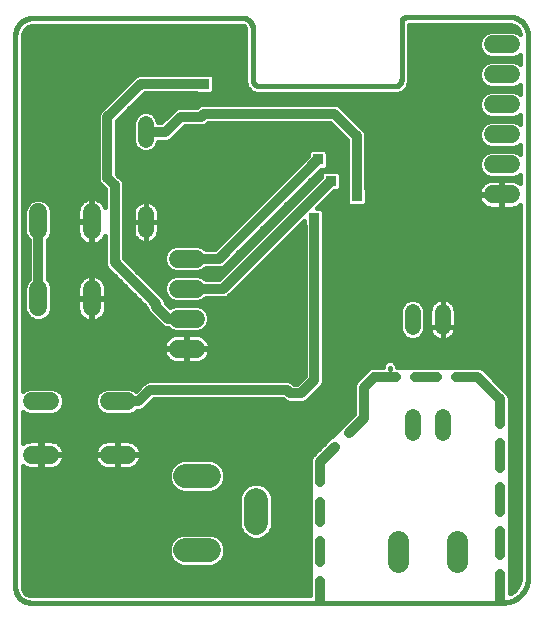
<source format=gbl>
G75*
%MOIN*%
%OFA0B0*%
%FSLAX25Y25*%
%IPPOS*%
%LPD*%
%AMOC8*
5,1,8,0,0,1.08239X$1,22.5*
%
%ADD10C,0.03200*%
%ADD11C,0.01600*%
%ADD12C,0.06000*%
%ADD13C,0.05200*%
%ADD14C,0.07050*%
%ADD15C,0.07874*%
%ADD16R,0.03562X0.03562*%
%ADD17C,0.03562*%
D10*
X0069806Y0111335D02*
X0076672Y0111335D01*
X0080535Y0115198D01*
X0126179Y0115198D01*
X0127360Y0114017D01*
X0130929Y0114017D01*
X0135260Y0118348D01*
X0135260Y0172285D01*
X0140772Y0184883D02*
X0104827Y0148939D01*
X0092740Y0148939D01*
X0092740Y0158939D02*
X0103409Y0158939D01*
X0136441Y0191970D01*
X0149438Y0199763D02*
X0141957Y0207243D01*
X0098650Y0207243D01*
X0097677Y0206270D01*
X0090817Y0206270D01*
X0085692Y0201145D01*
X0079115Y0201145D01*
X0066362Y0206143D02*
X0077386Y0217167D01*
X0098646Y0217167D01*
X0066362Y0185671D02*
X0068724Y0183309D01*
X0068724Y0157718D01*
X0082504Y0143939D01*
X0082504Y0142761D01*
X0086441Y0138824D01*
X0093020Y0138824D01*
X0092740Y0138939D01*
X0066362Y0185671D02*
X0066362Y0206143D01*
X0043289Y0171306D02*
X0043289Y0145706D01*
X0137233Y0091102D02*
X0137233Y0084287D01*
X0137233Y0091102D02*
X0142254Y0096122D01*
X0146779Y0100648D02*
X0151800Y0105669D01*
X0151800Y0115905D01*
X0155343Y0119448D01*
X0162494Y0119448D01*
X0168894Y0119448D02*
X0176045Y0119448D01*
X0182445Y0119448D02*
X0189595Y0119448D01*
X0197076Y0111968D01*
X0197076Y0103781D01*
X0197076Y0097381D02*
X0197076Y0089194D01*
X0197076Y0082794D02*
X0197076Y0074606D01*
X0197076Y0068206D02*
X0197076Y0060019D01*
X0197076Y0053619D02*
X0197076Y0045432D01*
X0137233Y0044645D02*
X0137233Y0051459D01*
X0137233Y0057859D02*
X0137233Y0064673D01*
X0137233Y0071073D02*
X0137233Y0077887D01*
X0149438Y0179684D02*
X0149438Y0199763D01*
D11*
X0038683Y0047970D02*
X0039377Y0047276D01*
X0040285Y0046900D01*
X0040776Y0046851D01*
X0133833Y0046851D01*
X0133833Y0091778D01*
X0134351Y0093028D01*
X0148400Y0107077D01*
X0148400Y0116581D01*
X0148918Y0117831D01*
X0152461Y0121374D01*
X0152461Y0121374D01*
X0153417Y0122330D01*
X0154667Y0122848D01*
X0158054Y0122848D01*
X0158054Y0123076D01*
X0158421Y0123961D01*
X0159098Y0124638D01*
X0159983Y0125005D01*
X0160940Y0125005D01*
X0161825Y0124638D01*
X0162502Y0123961D01*
X0162868Y0123076D01*
X0162868Y0122848D01*
X0190272Y0122848D01*
X0191521Y0122330D01*
X0199002Y0114850D01*
X0199958Y0113894D01*
X0200476Y0112644D01*
X0200476Y0047354D01*
X0200830Y0047469D01*
X0202264Y0048511D01*
X0203307Y0049946D01*
X0203855Y0051632D01*
X0203924Y0052519D01*
X0203924Y0176638D01*
X0203317Y0176196D01*
X0202643Y0175853D01*
X0201925Y0175620D01*
X0201179Y0175502D01*
X0198001Y0175502D01*
X0198001Y0180101D01*
X0197601Y0180101D01*
X0197601Y0175502D01*
X0194423Y0175502D01*
X0193677Y0175620D01*
X0192958Y0175853D01*
X0192285Y0176196D01*
X0191674Y0176640D01*
X0191140Y0177175D01*
X0190695Y0177786D01*
X0190352Y0178459D01*
X0190119Y0179178D01*
X0190001Y0179924D01*
X0190001Y0180102D01*
X0197601Y0180102D01*
X0197601Y0180502D01*
X0197601Y0185102D01*
X0194423Y0185102D01*
X0193677Y0184983D01*
X0192958Y0184750D01*
X0192285Y0184407D01*
X0191674Y0183963D01*
X0191140Y0183429D01*
X0190695Y0182817D01*
X0190352Y0182144D01*
X0190119Y0181426D01*
X0190001Y0180679D01*
X0190001Y0180502D01*
X0197601Y0180502D01*
X0198001Y0180502D01*
X0198001Y0185102D01*
X0201179Y0185102D01*
X0201925Y0184983D01*
X0202643Y0184750D01*
X0203317Y0184407D01*
X0203924Y0183965D01*
X0203924Y0186910D01*
X0203410Y0186396D01*
X0201717Y0185694D01*
X0193884Y0185694D01*
X0192191Y0186396D01*
X0190895Y0187692D01*
X0190194Y0189385D01*
X0190194Y0191218D01*
X0190895Y0192911D01*
X0192191Y0194207D01*
X0193884Y0194909D01*
X0201717Y0194909D01*
X0203410Y0194207D01*
X0203924Y0193693D01*
X0203924Y0196910D01*
X0203410Y0196396D01*
X0201717Y0195694D01*
X0193884Y0195694D01*
X0192191Y0196396D01*
X0190895Y0197692D01*
X0190194Y0199385D01*
X0190194Y0201218D01*
X0190895Y0202911D01*
X0192191Y0204207D01*
X0193884Y0204909D01*
X0201717Y0204909D01*
X0203410Y0204207D01*
X0203924Y0203693D01*
X0203924Y0206910D01*
X0203410Y0206396D01*
X0201717Y0205694D01*
X0193884Y0205694D01*
X0192191Y0206396D01*
X0190895Y0207692D01*
X0190194Y0209385D01*
X0190194Y0211218D01*
X0190895Y0212911D01*
X0192191Y0214207D01*
X0193884Y0214909D01*
X0201717Y0214909D01*
X0203410Y0214207D01*
X0203924Y0213693D01*
X0203924Y0216910D01*
X0203410Y0216396D01*
X0201717Y0215694D01*
X0193884Y0215694D01*
X0192191Y0216396D01*
X0190895Y0217692D01*
X0190194Y0219385D01*
X0190194Y0221218D01*
X0190895Y0222911D01*
X0192191Y0224207D01*
X0193884Y0224909D01*
X0201717Y0224909D01*
X0203410Y0224207D01*
X0203924Y0223693D01*
X0203924Y0226910D01*
X0203410Y0226396D01*
X0201717Y0225694D01*
X0193884Y0225694D01*
X0192191Y0226396D01*
X0190895Y0227692D01*
X0190194Y0229385D01*
X0190194Y0231218D01*
X0190895Y0232911D01*
X0192191Y0234207D01*
X0193884Y0234909D01*
X0201717Y0234909D01*
X0203410Y0234207D01*
X0203885Y0233733D01*
X0203879Y0233806D01*
X0203521Y0234907D01*
X0202841Y0235843D01*
X0201905Y0236524D01*
X0200804Y0236881D01*
X0200225Y0236927D01*
X0166998Y0236927D01*
X0166998Y0217674D01*
X0166243Y0215850D01*
X0166243Y0215850D01*
X0164847Y0214454D01*
X0164847Y0214454D01*
X0163023Y0213698D01*
X0116167Y0213698D01*
X0114343Y0214454D01*
X0114343Y0214454D01*
X0112948Y0215850D01*
X0112948Y0215850D01*
X0112192Y0217674D01*
X0112192Y0235590D01*
X0112174Y0235774D01*
X0112033Y0236114D01*
X0111773Y0236374D01*
X0111433Y0236515D01*
X0111249Y0236533D01*
X0041564Y0236533D01*
X0040919Y0236470D01*
X0039727Y0235976D01*
X0038815Y0235064D01*
X0038322Y0233872D01*
X0038258Y0233228D01*
X0038258Y0114904D01*
X0038596Y0115241D01*
X0040289Y0115943D01*
X0048122Y0115943D01*
X0049815Y0115241D01*
X0051111Y0113945D01*
X0051813Y0112252D01*
X0051813Y0110419D01*
X0051111Y0108726D01*
X0049815Y0107430D01*
X0048122Y0106728D01*
X0040289Y0106728D01*
X0038596Y0107430D01*
X0038258Y0107767D01*
X0038258Y0097327D01*
X0038690Y0097641D01*
X0039363Y0097984D01*
X0040081Y0098217D01*
X0040828Y0098335D01*
X0044005Y0098335D01*
X0044005Y0093736D01*
X0044406Y0093736D01*
X0044406Y0098335D01*
X0047583Y0098335D01*
X0048330Y0098217D01*
X0049048Y0097984D01*
X0049721Y0097641D01*
X0050332Y0097197D01*
X0050867Y0096662D01*
X0051311Y0096051D01*
X0051654Y0095378D01*
X0051887Y0094659D01*
X0052005Y0093913D01*
X0052005Y0093735D01*
X0044406Y0093735D01*
X0044406Y0093335D01*
X0052005Y0093335D01*
X0052005Y0093158D01*
X0051887Y0092411D01*
X0051654Y0091693D01*
X0051311Y0091020D01*
X0050867Y0090408D01*
X0050332Y0089874D01*
X0049721Y0089430D01*
X0049048Y0089087D01*
X0048330Y0088854D01*
X0047583Y0088735D01*
X0044406Y0088735D01*
X0044406Y0093335D01*
X0044005Y0093335D01*
X0044005Y0088735D01*
X0040828Y0088735D01*
X0040081Y0088854D01*
X0039363Y0089087D01*
X0038690Y0089430D01*
X0038258Y0089744D01*
X0038258Y0049369D01*
X0038307Y0048878D01*
X0038683Y0047970D01*
X0039147Y0047506D02*
X0133833Y0047506D01*
X0133833Y0049104D02*
X0038284Y0049104D01*
X0038258Y0050703D02*
X0133833Y0050703D01*
X0133833Y0052301D02*
X0038258Y0052301D01*
X0038258Y0053900D02*
X0133833Y0053900D01*
X0133833Y0055498D02*
X0038258Y0055498D01*
X0038258Y0057097D02*
X0088986Y0057097D01*
X0089127Y0056955D02*
X0091165Y0056111D01*
X0101245Y0056111D01*
X0103282Y0056955D01*
X0104842Y0058515D01*
X0105686Y0060552D01*
X0105686Y0062758D01*
X0104842Y0064796D01*
X0103282Y0066355D01*
X0101245Y0067199D01*
X0091165Y0067199D01*
X0089127Y0066355D01*
X0087568Y0064796D01*
X0086724Y0062758D01*
X0086724Y0060552D01*
X0087568Y0058515D01*
X0089127Y0056955D01*
X0087493Y0058695D02*
X0038258Y0058695D01*
X0038258Y0060294D02*
X0086831Y0060294D01*
X0086724Y0061892D02*
X0038258Y0061892D01*
X0038258Y0063491D02*
X0087027Y0063491D01*
X0087861Y0065089D02*
X0038258Y0065089D01*
X0038258Y0066688D02*
X0089930Y0066688D01*
X0091165Y0080914D02*
X0101245Y0080914D01*
X0103282Y0081758D01*
X0104842Y0083318D01*
X0105686Y0085355D01*
X0105686Y0087561D01*
X0104842Y0089599D01*
X0103282Y0091158D01*
X0101245Y0092002D01*
X0091165Y0092002D01*
X0089127Y0091158D01*
X0087568Y0089599D01*
X0086724Y0087561D01*
X0086724Y0085355D01*
X0087568Y0083318D01*
X0089127Y0081758D01*
X0091165Y0080914D01*
X0090778Y0081074D02*
X0038258Y0081074D01*
X0038258Y0079476D02*
X0110346Y0079476D01*
X0110346Y0079687D02*
X0111190Y0081725D01*
X0112749Y0083284D01*
X0114787Y0084128D01*
X0116993Y0084128D01*
X0119030Y0083284D01*
X0120590Y0081725D01*
X0121434Y0079687D01*
X0121434Y0069607D01*
X0120590Y0067570D01*
X0119030Y0066010D01*
X0116993Y0065166D01*
X0114787Y0065166D01*
X0112749Y0066010D01*
X0111190Y0067570D01*
X0110346Y0069607D01*
X0110346Y0079687D01*
X0110920Y0081074D02*
X0101631Y0081074D01*
X0104197Y0082673D02*
X0112138Y0082673D01*
X0110346Y0077877D02*
X0038258Y0077877D01*
X0038258Y0076279D02*
X0110346Y0076279D01*
X0110346Y0074680D02*
X0038258Y0074680D01*
X0038258Y0073082D02*
X0110346Y0073082D01*
X0110346Y0071483D02*
X0038258Y0071483D01*
X0038258Y0069885D02*
X0110346Y0069885D01*
X0110893Y0068286D02*
X0038258Y0068286D01*
X0038258Y0082673D02*
X0088213Y0082673D01*
X0087173Y0084271D02*
X0038258Y0084271D01*
X0038258Y0085870D02*
X0086724Y0085870D01*
X0086724Y0087468D02*
X0038258Y0087468D01*
X0038258Y0089067D02*
X0039425Y0089067D01*
X0044005Y0089067D02*
X0044406Y0089067D01*
X0044406Y0090665D02*
X0044005Y0090665D01*
X0044005Y0092264D02*
X0044406Y0092264D01*
X0044406Y0093862D02*
X0044005Y0093862D01*
X0044005Y0095461D02*
X0044406Y0095461D01*
X0044406Y0097059D02*
X0044005Y0097059D01*
X0038258Y0098658D02*
X0139981Y0098658D01*
X0138383Y0097059D02*
X0076070Y0097059D01*
X0075932Y0097197D02*
X0075321Y0097641D01*
X0074648Y0097984D01*
X0073930Y0098217D01*
X0073183Y0098335D01*
X0070006Y0098335D01*
X0070006Y0093736D01*
X0069605Y0093736D01*
X0069605Y0098335D01*
X0066428Y0098335D01*
X0065681Y0098217D01*
X0064963Y0097984D01*
X0064290Y0097641D01*
X0063679Y0097197D01*
X0063144Y0096662D01*
X0062700Y0096051D01*
X0062357Y0095378D01*
X0062124Y0094659D01*
X0062006Y0093913D01*
X0062005Y0093735D01*
X0069605Y0093735D01*
X0069605Y0093335D01*
X0070006Y0093335D01*
X0070006Y0093735D01*
X0077605Y0093735D01*
X0077605Y0093913D01*
X0077487Y0094659D01*
X0077254Y0095378D01*
X0076911Y0096051D01*
X0076467Y0096662D01*
X0075932Y0097197D01*
X0077212Y0095461D02*
X0136784Y0095461D01*
X0135186Y0093862D02*
X0077605Y0093862D01*
X0077605Y0093335D02*
X0070006Y0093335D01*
X0070006Y0088735D01*
X0073183Y0088735D01*
X0073930Y0088854D01*
X0074648Y0089087D01*
X0075321Y0089430D01*
X0075932Y0089874D01*
X0076467Y0090408D01*
X0076911Y0091020D01*
X0077254Y0091693D01*
X0077487Y0092411D01*
X0077605Y0093158D01*
X0077605Y0093335D01*
X0077439Y0092264D02*
X0134034Y0092264D01*
X0133833Y0090665D02*
X0103775Y0090665D01*
X0105062Y0089067D02*
X0133833Y0089067D01*
X0133833Y0087468D02*
X0105686Y0087468D01*
X0105686Y0085870D02*
X0133833Y0085870D01*
X0133833Y0084271D02*
X0105237Y0084271D01*
X0119642Y0082673D02*
X0133833Y0082673D01*
X0133833Y0081074D02*
X0120859Y0081074D01*
X0121434Y0079476D02*
X0133833Y0079476D01*
X0133833Y0077877D02*
X0121434Y0077877D01*
X0121434Y0076279D02*
X0133833Y0076279D01*
X0133833Y0074680D02*
X0121434Y0074680D01*
X0121434Y0073082D02*
X0133833Y0073082D01*
X0133833Y0071483D02*
X0121434Y0071483D01*
X0121434Y0069885D02*
X0133833Y0069885D01*
X0133833Y0068286D02*
X0120887Y0068286D01*
X0119708Y0066688D02*
X0133833Y0066688D01*
X0133833Y0065089D02*
X0104548Y0065089D01*
X0105382Y0063491D02*
X0133833Y0063491D01*
X0133833Y0061892D02*
X0105686Y0061892D01*
X0105579Y0060294D02*
X0133833Y0060294D01*
X0133833Y0058695D02*
X0104917Y0058695D01*
X0103424Y0057097D02*
X0133833Y0057097D01*
X0112072Y0066688D02*
X0102479Y0066688D01*
X0087347Y0089067D02*
X0074586Y0089067D01*
X0076653Y0090665D02*
X0088634Y0090665D01*
X0078489Y0108617D02*
X0081864Y0111991D01*
X0124850Y0111991D01*
X0125543Y0111298D01*
X0126722Y0110810D01*
X0131567Y0110810D01*
X0132746Y0111298D01*
X0133648Y0112201D01*
X0137979Y0116531D01*
X0138467Y0117710D01*
X0138467Y0169657D01*
X0138648Y0169838D01*
X0138648Y0174732D01*
X0137707Y0175673D01*
X0136097Y0175673D01*
X0141919Y0181495D01*
X0143218Y0181495D01*
X0144160Y0182437D01*
X0144160Y0187330D01*
X0143218Y0188272D01*
X0138325Y0188272D01*
X0137383Y0187330D01*
X0137383Y0186031D01*
X0103498Y0152146D01*
X0099048Y0152146D01*
X0098350Y0152844D01*
X0096657Y0153546D01*
X0088824Y0153546D01*
X0087130Y0152844D01*
X0085834Y0151548D01*
X0085133Y0149855D01*
X0085133Y0148022D01*
X0085834Y0146329D01*
X0087130Y0145033D01*
X0088824Y0144331D01*
X0096657Y0144331D01*
X0098350Y0145033D01*
X0099048Y0145731D01*
X0105465Y0145731D01*
X0106643Y0146220D01*
X0131872Y0171448D01*
X0131872Y0169838D01*
X0132053Y0169657D01*
X0132053Y0119676D01*
X0129601Y0117224D01*
X0128688Y0117224D01*
X0127995Y0117917D01*
X0126817Y0118405D01*
X0079897Y0118405D01*
X0078719Y0117917D01*
X0077817Y0117015D01*
X0075729Y0114927D01*
X0075415Y0115241D01*
X0073722Y0115943D01*
X0065889Y0115943D01*
X0064196Y0115241D01*
X0062900Y0113945D01*
X0062198Y0112252D01*
X0062198Y0110419D01*
X0062900Y0108726D01*
X0064196Y0107430D01*
X0065889Y0106728D01*
X0073722Y0106728D01*
X0075415Y0107430D01*
X0076114Y0108128D01*
X0077310Y0108128D01*
X0078489Y0108617D01*
X0077602Y0108249D02*
X0148400Y0108249D01*
X0148400Y0109848D02*
X0079720Y0109848D01*
X0081319Y0111446D02*
X0125396Y0111446D01*
X0128073Y0117840D02*
X0130216Y0117840D01*
X0131815Y0119439D02*
X0038258Y0119439D01*
X0038258Y0121037D02*
X0132053Y0121037D01*
X0132053Y0122636D02*
X0038258Y0122636D01*
X0038258Y0124234D02*
X0088759Y0124234D01*
X0088616Y0124257D02*
X0089362Y0124139D01*
X0092540Y0124139D01*
X0092540Y0128738D01*
X0092940Y0128738D01*
X0092940Y0124139D01*
X0096118Y0124139D01*
X0096864Y0124257D01*
X0097583Y0124490D01*
X0098256Y0124833D01*
X0098867Y0125277D01*
X0099401Y0125812D01*
X0099845Y0126423D01*
X0100188Y0127096D01*
X0100422Y0127815D01*
X0100540Y0128561D01*
X0100540Y0128739D01*
X0092940Y0128739D01*
X0092940Y0129139D01*
X0092540Y0129139D01*
X0092540Y0133739D01*
X0089362Y0133739D01*
X0088616Y0133620D01*
X0087898Y0133387D01*
X0087224Y0133044D01*
X0086613Y0132600D01*
X0086079Y0132066D01*
X0085635Y0131454D01*
X0085292Y0130781D01*
X0085058Y0130063D01*
X0084940Y0129316D01*
X0084940Y0129139D01*
X0092540Y0129139D01*
X0092540Y0128739D01*
X0084940Y0128739D01*
X0084940Y0128561D01*
X0085058Y0127815D01*
X0085292Y0127096D01*
X0085635Y0126423D01*
X0086079Y0125812D01*
X0086613Y0125277D01*
X0087224Y0124833D01*
X0087898Y0124490D01*
X0088616Y0124257D01*
X0086064Y0125833D02*
X0038258Y0125833D01*
X0038258Y0127431D02*
X0085183Y0127431D01*
X0085242Y0130628D02*
X0038258Y0130628D01*
X0038258Y0129030D02*
X0092540Y0129030D01*
X0092940Y0129030D02*
X0132053Y0129030D01*
X0132053Y0130628D02*
X0100238Y0130628D01*
X0100188Y0130781D02*
X0099845Y0131454D01*
X0099401Y0132066D01*
X0098867Y0132600D01*
X0098256Y0133044D01*
X0097583Y0133387D01*
X0096864Y0133620D01*
X0096118Y0133739D01*
X0092940Y0133739D01*
X0092940Y0129139D01*
X0100540Y0129139D01*
X0100540Y0129316D01*
X0100422Y0130063D01*
X0100188Y0130781D01*
X0099240Y0132227D02*
X0132053Y0132227D01*
X0132053Y0133825D02*
X0038258Y0133825D01*
X0038258Y0132227D02*
X0086240Y0132227D01*
X0087130Y0135033D02*
X0088824Y0134331D01*
X0096657Y0134331D01*
X0098350Y0135033D01*
X0099646Y0136329D01*
X0100347Y0138022D01*
X0100347Y0139855D01*
X0099646Y0141548D01*
X0098350Y0142844D01*
X0096657Y0143546D01*
X0088824Y0143546D01*
X0087130Y0142844D01*
X0087044Y0142757D01*
X0085711Y0144090D01*
X0085711Y0144577D01*
X0085223Y0145755D01*
X0084321Y0146657D01*
X0071931Y0159047D01*
X0071931Y0183947D01*
X0071443Y0185125D01*
X0070541Y0186027D01*
X0069569Y0186999D01*
X0069569Y0204815D01*
X0078714Y0213960D01*
X0096018Y0213960D01*
X0096199Y0213779D01*
X0101092Y0213779D01*
X0102034Y0214720D01*
X0102034Y0219614D01*
X0101092Y0220555D01*
X0096199Y0220555D01*
X0096018Y0220374D01*
X0076748Y0220374D01*
X0075569Y0219886D01*
X0064546Y0208862D01*
X0063643Y0207960D01*
X0063155Y0206781D01*
X0063155Y0185033D01*
X0063643Y0183854D01*
X0065517Y0181980D01*
X0065517Y0176187D01*
X0065194Y0176821D01*
X0064750Y0177432D01*
X0064216Y0177967D01*
X0063605Y0178411D01*
X0062932Y0178754D01*
X0062213Y0178987D01*
X0061467Y0179105D01*
X0061289Y0179105D01*
X0061289Y0171506D01*
X0060889Y0171506D01*
X0060889Y0179105D01*
X0060711Y0179105D01*
X0059965Y0178987D01*
X0059246Y0178754D01*
X0058573Y0178411D01*
X0057962Y0177967D01*
X0057428Y0177432D01*
X0056984Y0176821D01*
X0056641Y0176148D01*
X0056407Y0175430D01*
X0056289Y0174683D01*
X0056289Y0171506D01*
X0060889Y0171506D01*
X0060889Y0171105D01*
X0061289Y0171105D01*
X0061289Y0163506D01*
X0061467Y0163506D01*
X0062213Y0163624D01*
X0062932Y0163857D01*
X0063605Y0164200D01*
X0064216Y0164644D01*
X0064750Y0165179D01*
X0065194Y0165790D01*
X0065517Y0166424D01*
X0065517Y0157080D01*
X0066006Y0155901D01*
X0079297Y0142610D01*
X0079297Y0142123D01*
X0079785Y0140945D01*
X0083722Y0137008D01*
X0084624Y0136106D01*
X0085803Y0135617D01*
X0086546Y0135617D01*
X0087130Y0135033D01*
X0086740Y0135424D02*
X0038258Y0135424D01*
X0038258Y0137022D02*
X0083708Y0137022D01*
X0082109Y0138621D02*
X0063633Y0138621D01*
X0063605Y0138600D02*
X0064216Y0139044D01*
X0064750Y0139579D01*
X0065194Y0140190D01*
X0065537Y0140863D01*
X0065771Y0141581D01*
X0065889Y0142328D01*
X0065889Y0145505D01*
X0061289Y0145505D01*
X0061289Y0137906D01*
X0061467Y0137906D01*
X0062213Y0138024D01*
X0062932Y0138257D01*
X0063605Y0138600D01*
X0065209Y0140219D02*
X0080511Y0140219D01*
X0079423Y0141818D02*
X0065808Y0141818D01*
X0065889Y0143416D02*
X0078491Y0143416D01*
X0076892Y0145015D02*
X0065889Y0145015D01*
X0065889Y0145906D02*
X0065889Y0149083D01*
X0065771Y0149830D01*
X0065537Y0150548D01*
X0065194Y0151221D01*
X0064750Y0151832D01*
X0064216Y0152367D01*
X0063605Y0152811D01*
X0062932Y0153154D01*
X0062213Y0153387D01*
X0061467Y0153505D01*
X0061289Y0153505D01*
X0061289Y0145906D01*
X0060889Y0145906D01*
X0060889Y0153505D01*
X0060711Y0153505D01*
X0059965Y0153387D01*
X0059246Y0153154D01*
X0058573Y0152811D01*
X0057962Y0152367D01*
X0057428Y0151832D01*
X0056984Y0151221D01*
X0056641Y0150548D01*
X0056407Y0149830D01*
X0056289Y0149083D01*
X0056289Y0145906D01*
X0060889Y0145906D01*
X0060889Y0145505D01*
X0061289Y0145505D01*
X0061289Y0145906D01*
X0065889Y0145906D01*
X0065889Y0146613D02*
X0075294Y0146613D01*
X0073695Y0148212D02*
X0065889Y0148212D01*
X0065774Y0149810D02*
X0072097Y0149810D01*
X0070498Y0151409D02*
X0065058Y0151409D01*
X0063219Y0153007D02*
X0068900Y0153007D01*
X0067301Y0154606D02*
X0046496Y0154606D01*
X0046496Y0156204D02*
X0065880Y0156204D01*
X0065517Y0157803D02*
X0046496Y0157803D01*
X0046496Y0159401D02*
X0065517Y0159401D01*
X0065517Y0161000D02*
X0046496Y0161000D01*
X0046496Y0162598D02*
X0065517Y0162598D01*
X0065517Y0164197D02*
X0063598Y0164197D01*
X0065197Y0165795D02*
X0065517Y0165795D01*
X0061289Y0165795D02*
X0060889Y0165795D01*
X0060889Y0164197D02*
X0061289Y0164197D01*
X0060889Y0163505D02*
X0060889Y0171105D01*
X0056289Y0171105D01*
X0056289Y0167928D01*
X0056407Y0167181D01*
X0056641Y0166463D01*
X0056984Y0165790D01*
X0057428Y0165179D01*
X0057962Y0164644D01*
X0058573Y0164200D01*
X0059246Y0163857D01*
X0059965Y0163624D01*
X0060711Y0163506D01*
X0060889Y0163505D01*
X0058580Y0164197D02*
X0046496Y0164197D01*
X0046496Y0164997D02*
X0047195Y0165696D01*
X0047896Y0167389D01*
X0047896Y0175222D01*
X0047195Y0176915D01*
X0045899Y0178211D01*
X0044205Y0178913D01*
X0042373Y0178913D01*
X0040679Y0178211D01*
X0039383Y0176915D01*
X0038682Y0175222D01*
X0038682Y0167389D01*
X0039383Y0165696D01*
X0040082Y0164997D01*
X0040082Y0152014D01*
X0039383Y0151315D01*
X0038682Y0149622D01*
X0038682Y0141789D01*
X0039383Y0140096D01*
X0040679Y0138800D01*
X0042373Y0138098D01*
X0044205Y0138098D01*
X0045899Y0138800D01*
X0047195Y0140096D01*
X0047896Y0141789D01*
X0047896Y0149622D01*
X0047195Y0151315D01*
X0046496Y0152014D01*
X0046496Y0164997D01*
X0047236Y0165795D02*
X0056981Y0165795D01*
X0056374Y0167394D02*
X0047896Y0167394D01*
X0047896Y0168992D02*
X0056289Y0168992D01*
X0056289Y0170591D02*
X0047896Y0170591D01*
X0047896Y0172189D02*
X0056289Y0172189D01*
X0056289Y0173788D02*
X0047896Y0173788D01*
X0047828Y0175387D02*
X0056400Y0175387D01*
X0057103Y0176985D02*
X0047125Y0176985D01*
X0045000Y0178584D02*
X0058912Y0178584D01*
X0060889Y0178584D02*
X0061289Y0178584D01*
X0061289Y0176985D02*
X0060889Y0176985D01*
X0060889Y0175387D02*
X0061289Y0175387D01*
X0061289Y0173788D02*
X0060889Y0173788D01*
X0060889Y0172189D02*
X0061289Y0172189D01*
X0061289Y0170591D02*
X0060889Y0170591D01*
X0060889Y0168992D02*
X0061289Y0168992D01*
X0061289Y0167394D02*
X0060889Y0167394D01*
X0065075Y0176985D02*
X0065517Y0176985D01*
X0065517Y0178584D02*
X0063266Y0178584D01*
X0065517Y0180182D02*
X0038258Y0180182D01*
X0038258Y0178584D02*
X0041578Y0178584D01*
X0039453Y0176985D02*
X0038258Y0176985D01*
X0038258Y0175387D02*
X0038750Y0175387D01*
X0038682Y0173788D02*
X0038258Y0173788D01*
X0038258Y0172189D02*
X0038682Y0172189D01*
X0038682Y0170591D02*
X0038258Y0170591D01*
X0038258Y0168992D02*
X0038682Y0168992D01*
X0038682Y0167394D02*
X0038258Y0167394D01*
X0038258Y0165795D02*
X0039342Y0165795D01*
X0040082Y0164197D02*
X0038258Y0164197D01*
X0038258Y0162598D02*
X0040082Y0162598D01*
X0040082Y0161000D02*
X0038258Y0161000D01*
X0038258Y0159401D02*
X0040082Y0159401D01*
X0040082Y0157803D02*
X0038258Y0157803D01*
X0038258Y0156204D02*
X0040082Y0156204D01*
X0040082Y0154606D02*
X0038258Y0154606D01*
X0038258Y0153007D02*
X0040082Y0153007D01*
X0039477Y0151409D02*
X0038258Y0151409D01*
X0038258Y0149810D02*
X0038760Y0149810D01*
X0038682Y0148212D02*
X0038258Y0148212D01*
X0038258Y0146613D02*
X0038682Y0146613D01*
X0038682Y0145015D02*
X0038258Y0145015D01*
X0038258Y0143416D02*
X0038682Y0143416D01*
X0038682Y0141818D02*
X0038258Y0141818D01*
X0038258Y0140219D02*
X0039332Y0140219D01*
X0038258Y0138621D02*
X0041112Y0138621D01*
X0045466Y0138621D02*
X0058545Y0138621D01*
X0058573Y0138600D02*
X0059246Y0138257D01*
X0059965Y0138024D01*
X0060711Y0137906D01*
X0060889Y0137905D01*
X0060889Y0145505D01*
X0056289Y0145505D01*
X0056289Y0142328D01*
X0056407Y0141581D01*
X0056641Y0140863D01*
X0056984Y0140190D01*
X0057428Y0139579D01*
X0057962Y0139044D01*
X0058573Y0138600D01*
X0056969Y0140219D02*
X0047246Y0140219D01*
X0047896Y0141818D02*
X0056370Y0141818D01*
X0056289Y0143416D02*
X0047896Y0143416D01*
X0047896Y0145015D02*
X0056289Y0145015D01*
X0056289Y0146613D02*
X0047896Y0146613D01*
X0047896Y0148212D02*
X0056289Y0148212D01*
X0056404Y0149810D02*
X0047818Y0149810D01*
X0047101Y0151409D02*
X0057120Y0151409D01*
X0058959Y0153007D02*
X0046496Y0153007D01*
X0060889Y0153007D02*
X0061289Y0153007D01*
X0061289Y0151409D02*
X0060889Y0151409D01*
X0060889Y0149810D02*
X0061289Y0149810D01*
X0061289Y0148212D02*
X0060889Y0148212D01*
X0060889Y0146613D02*
X0061289Y0146613D01*
X0061289Y0145015D02*
X0060889Y0145015D01*
X0060889Y0143416D02*
X0061289Y0143416D01*
X0061289Y0141818D02*
X0060889Y0141818D01*
X0060889Y0140219D02*
X0061289Y0140219D01*
X0061289Y0138621D02*
X0060889Y0138621D01*
X0076372Y0154606D02*
X0088161Y0154606D01*
X0088824Y0154331D02*
X0087130Y0155033D01*
X0085834Y0156329D01*
X0085133Y0158022D01*
X0085133Y0159855D01*
X0085834Y0161548D01*
X0087130Y0162844D01*
X0088824Y0163546D01*
X0096657Y0163546D01*
X0098350Y0162844D01*
X0099048Y0162146D01*
X0102081Y0162146D01*
X0133053Y0193117D01*
X0133053Y0194417D01*
X0133994Y0195358D01*
X0138888Y0195358D01*
X0139829Y0194417D01*
X0139829Y0189523D01*
X0138888Y0188582D01*
X0137588Y0188582D01*
X0105226Y0156220D01*
X0104047Y0155731D01*
X0099048Y0155731D01*
X0098350Y0155033D01*
X0096657Y0154331D01*
X0088824Y0154331D01*
X0087524Y0153007D02*
X0077971Y0153007D01*
X0079569Y0151409D02*
X0085777Y0151409D01*
X0085133Y0149810D02*
X0081168Y0149810D01*
X0082766Y0148212D02*
X0085133Y0148212D01*
X0085717Y0146613D02*
X0084365Y0146613D01*
X0085529Y0145015D02*
X0087174Y0145015D01*
X0086385Y0143416D02*
X0088511Y0143416D01*
X0096969Y0143416D02*
X0132053Y0143416D01*
X0132053Y0141818D02*
X0099376Y0141818D01*
X0100196Y0140219D02*
X0132053Y0140219D01*
X0132053Y0138621D02*
X0100347Y0138621D01*
X0099933Y0137022D02*
X0132053Y0137022D01*
X0132053Y0135424D02*
X0098741Y0135424D01*
X0092940Y0132227D02*
X0092540Y0132227D01*
X0092540Y0130628D02*
X0092940Y0130628D01*
X0092940Y0127431D02*
X0092540Y0127431D01*
X0092540Y0125833D02*
X0092940Y0125833D01*
X0092940Y0124234D02*
X0092540Y0124234D01*
X0096721Y0124234D02*
X0132053Y0124234D01*
X0132053Y0125833D02*
X0099417Y0125833D01*
X0100297Y0127431D02*
X0132053Y0127431D01*
X0138467Y0127431D02*
X0203924Y0127431D01*
X0203924Y0125833D02*
X0138467Y0125833D01*
X0138467Y0124234D02*
X0158694Y0124234D01*
X0160461Y0122598D02*
X0160461Y0122204D01*
X0162229Y0124234D02*
X0203924Y0124234D01*
X0203924Y0122636D02*
X0190784Y0122636D01*
X0192814Y0121037D02*
X0203924Y0121037D01*
X0203924Y0119439D02*
X0194413Y0119439D01*
X0196012Y0117840D02*
X0203924Y0117840D01*
X0203924Y0116242D02*
X0197610Y0116242D01*
X0199209Y0114643D02*
X0203924Y0114643D01*
X0203924Y0113045D02*
X0200310Y0113045D01*
X0200476Y0111446D02*
X0203924Y0111446D01*
X0203924Y0109848D02*
X0200476Y0109848D01*
X0200476Y0108249D02*
X0203924Y0108249D01*
X0203924Y0106651D02*
X0200476Y0106651D01*
X0200476Y0105052D02*
X0203924Y0105052D01*
X0203924Y0103453D02*
X0200476Y0103453D01*
X0200476Y0101855D02*
X0203924Y0101855D01*
X0203924Y0100256D02*
X0200476Y0100256D01*
X0200476Y0098658D02*
X0203924Y0098658D01*
X0203924Y0097059D02*
X0200476Y0097059D01*
X0200476Y0095461D02*
X0203924Y0095461D01*
X0203924Y0093862D02*
X0200476Y0093862D01*
X0200476Y0092264D02*
X0203924Y0092264D01*
X0203924Y0090665D02*
X0200476Y0090665D01*
X0200476Y0089067D02*
X0203924Y0089067D01*
X0203924Y0087468D02*
X0200476Y0087468D01*
X0200476Y0085870D02*
X0203924Y0085870D01*
X0203924Y0084271D02*
X0200476Y0084271D01*
X0200476Y0082673D02*
X0203924Y0082673D01*
X0203924Y0081074D02*
X0200476Y0081074D01*
X0200476Y0079476D02*
X0203924Y0079476D01*
X0203924Y0077877D02*
X0200476Y0077877D01*
X0200476Y0076279D02*
X0203924Y0076279D01*
X0203924Y0074680D02*
X0200476Y0074680D01*
X0200476Y0073082D02*
X0203924Y0073082D01*
X0203924Y0071483D02*
X0200476Y0071483D01*
X0200476Y0069885D02*
X0203924Y0069885D01*
X0203924Y0068286D02*
X0200476Y0068286D01*
X0200476Y0066688D02*
X0203924Y0066688D01*
X0203924Y0065089D02*
X0200476Y0065089D01*
X0200476Y0063491D02*
X0203924Y0063491D01*
X0203924Y0061892D02*
X0200476Y0061892D01*
X0200476Y0060294D02*
X0203924Y0060294D01*
X0203924Y0058695D02*
X0200476Y0058695D01*
X0200476Y0057097D02*
X0203924Y0057097D01*
X0203924Y0055498D02*
X0200476Y0055498D01*
X0200476Y0053900D02*
X0203924Y0053900D01*
X0203907Y0052301D02*
X0200476Y0052301D01*
X0200476Y0050703D02*
X0203553Y0050703D01*
X0202695Y0049104D02*
X0200476Y0049104D01*
X0200476Y0047506D02*
X0200880Y0047506D01*
X0198257Y0044251D02*
X0040776Y0044251D01*
X0040635Y0044253D01*
X0040494Y0044259D01*
X0040353Y0044268D01*
X0040213Y0044282D01*
X0040073Y0044300D01*
X0039934Y0044321D01*
X0039795Y0044346D01*
X0039657Y0044375D01*
X0039520Y0044408D01*
X0039383Y0044444D01*
X0039248Y0044484D01*
X0039114Y0044528D01*
X0038981Y0044576D01*
X0038850Y0044627D01*
X0038720Y0044682D01*
X0038592Y0044741D01*
X0038465Y0044802D01*
X0038340Y0044868D01*
X0038217Y0044937D01*
X0038096Y0045009D01*
X0037977Y0045084D01*
X0037860Y0045163D01*
X0037745Y0045245D01*
X0037632Y0045330D01*
X0037522Y0045418D01*
X0037415Y0045509D01*
X0037310Y0045604D01*
X0037207Y0045701D01*
X0037108Y0045800D01*
X0037011Y0045903D01*
X0036916Y0046008D01*
X0036825Y0046115D01*
X0036737Y0046225D01*
X0036652Y0046338D01*
X0036570Y0046453D01*
X0036491Y0046570D01*
X0036416Y0046689D01*
X0036344Y0046810D01*
X0036275Y0046933D01*
X0036209Y0047058D01*
X0036148Y0047185D01*
X0036089Y0047313D01*
X0036034Y0047443D01*
X0035983Y0047574D01*
X0035935Y0047707D01*
X0035891Y0047841D01*
X0035851Y0047976D01*
X0035815Y0048113D01*
X0035782Y0048250D01*
X0035753Y0048388D01*
X0035728Y0048527D01*
X0035707Y0048666D01*
X0035689Y0048806D01*
X0035675Y0048946D01*
X0035666Y0049087D01*
X0035660Y0049228D01*
X0035658Y0049369D01*
X0035658Y0233228D01*
X0038258Y0232933D02*
X0112192Y0232933D01*
X0112192Y0234531D02*
X0038595Y0234531D01*
X0040099Y0236130D02*
X0112017Y0236130D01*
X0114792Y0235590D02*
X0114790Y0235706D01*
X0114784Y0235822D01*
X0114775Y0235937D01*
X0114762Y0236052D01*
X0114745Y0236167D01*
X0114724Y0236281D01*
X0114699Y0236395D01*
X0114671Y0236507D01*
X0114639Y0236618D01*
X0114604Y0236729D01*
X0114565Y0236838D01*
X0114522Y0236946D01*
X0114476Y0237052D01*
X0114427Y0237157D01*
X0114374Y0237260D01*
X0114317Y0237362D01*
X0114258Y0237461D01*
X0114195Y0237558D01*
X0114129Y0237654D01*
X0114060Y0237747D01*
X0113988Y0237838D01*
X0113913Y0237926D01*
X0113835Y0238012D01*
X0113754Y0238095D01*
X0113671Y0238176D01*
X0113585Y0238254D01*
X0113497Y0238329D01*
X0113406Y0238401D01*
X0113313Y0238470D01*
X0113217Y0238536D01*
X0113120Y0238599D01*
X0113021Y0238658D01*
X0112919Y0238715D01*
X0112816Y0238768D01*
X0112711Y0238817D01*
X0112605Y0238863D01*
X0112497Y0238906D01*
X0112388Y0238945D01*
X0112277Y0238980D01*
X0112166Y0239012D01*
X0112054Y0239040D01*
X0111940Y0239065D01*
X0111826Y0239086D01*
X0111711Y0239103D01*
X0111596Y0239116D01*
X0111481Y0239125D01*
X0111365Y0239131D01*
X0111249Y0239133D01*
X0041564Y0239133D01*
X0041564Y0239134D02*
X0041412Y0239132D01*
X0041260Y0239126D01*
X0041108Y0239116D01*
X0040957Y0239103D01*
X0040806Y0239085D01*
X0040655Y0239064D01*
X0040505Y0239038D01*
X0040356Y0239009D01*
X0040207Y0238976D01*
X0040060Y0238939D01*
X0039913Y0238899D01*
X0039768Y0238854D01*
X0039624Y0238806D01*
X0039481Y0238754D01*
X0039339Y0238699D01*
X0039199Y0238640D01*
X0039060Y0238577D01*
X0038923Y0238511D01*
X0038788Y0238441D01*
X0038655Y0238368D01*
X0038524Y0238291D01*
X0038394Y0238211D01*
X0038267Y0238128D01*
X0038142Y0238042D01*
X0038019Y0237952D01*
X0037899Y0237859D01*
X0037781Y0237763D01*
X0037665Y0237664D01*
X0037552Y0237562D01*
X0037442Y0237458D01*
X0037334Y0237350D01*
X0037230Y0237240D01*
X0037128Y0237127D01*
X0037029Y0237011D01*
X0036933Y0236893D01*
X0036840Y0236773D01*
X0036750Y0236650D01*
X0036664Y0236525D01*
X0036581Y0236398D01*
X0036501Y0236268D01*
X0036424Y0236137D01*
X0036351Y0236004D01*
X0036281Y0235869D01*
X0036215Y0235732D01*
X0036152Y0235593D01*
X0036093Y0235453D01*
X0036038Y0235311D01*
X0035986Y0235168D01*
X0035938Y0235024D01*
X0035893Y0234879D01*
X0035853Y0234732D01*
X0035816Y0234585D01*
X0035783Y0234436D01*
X0035754Y0234287D01*
X0035728Y0234137D01*
X0035707Y0233986D01*
X0035689Y0233835D01*
X0035676Y0233684D01*
X0035666Y0233532D01*
X0035660Y0233380D01*
X0035658Y0233228D01*
X0038258Y0231334D02*
X0112192Y0231334D01*
X0112192Y0229736D02*
X0038258Y0229736D01*
X0038258Y0228137D02*
X0112192Y0228137D01*
X0112192Y0226539D02*
X0038258Y0226539D01*
X0038258Y0224940D02*
X0112192Y0224940D01*
X0112192Y0223342D02*
X0038258Y0223342D01*
X0038258Y0221743D02*
X0112192Y0221743D01*
X0112192Y0220145D02*
X0101503Y0220145D01*
X0102034Y0218546D02*
X0112192Y0218546D01*
X0112493Y0216948D02*
X0102034Y0216948D01*
X0102034Y0215349D02*
X0113448Y0215349D01*
X0116041Y0213751D02*
X0078505Y0213751D01*
X0076907Y0212152D02*
X0190581Y0212152D01*
X0190194Y0210554D02*
X0075308Y0210554D01*
X0073710Y0208955D02*
X0088967Y0208955D01*
X0089001Y0208989D02*
X0088098Y0208087D01*
X0084364Y0204352D01*
X0083322Y0204352D01*
X0083322Y0204582D01*
X0082682Y0206128D01*
X0081498Y0207311D01*
X0079952Y0207952D01*
X0078278Y0207952D01*
X0076732Y0207311D01*
X0075548Y0206128D01*
X0074908Y0204582D01*
X0074908Y0197708D01*
X0075548Y0196162D01*
X0076732Y0194978D01*
X0078278Y0194338D01*
X0079952Y0194338D01*
X0081498Y0194978D01*
X0082682Y0196162D01*
X0083322Y0197708D01*
X0083322Y0197938D01*
X0086330Y0197938D01*
X0087509Y0198426D01*
X0092146Y0203063D01*
X0098315Y0203063D01*
X0099494Y0203551D01*
X0099979Y0204036D01*
X0140629Y0204036D01*
X0146231Y0198435D01*
X0146231Y0182312D01*
X0146050Y0182131D01*
X0146050Y0177237D01*
X0146991Y0176296D01*
X0151885Y0176296D01*
X0152826Y0177237D01*
X0152826Y0182131D01*
X0152645Y0182312D01*
X0152645Y0200401D01*
X0152157Y0201580D01*
X0144676Y0209060D01*
X0143774Y0209962D01*
X0142595Y0210450D01*
X0098012Y0210450D01*
X0096834Y0209962D01*
X0096349Y0209477D01*
X0090179Y0209477D01*
X0089001Y0208989D01*
X0088098Y0208087D02*
X0088098Y0208087D01*
X0087368Y0207357D02*
X0081389Y0207357D01*
X0082835Y0205758D02*
X0085770Y0205758D01*
X0090045Y0200963D02*
X0143703Y0200963D01*
X0145301Y0199364D02*
X0088447Y0199364D01*
X0091644Y0202561D02*
X0142104Y0202561D01*
X0146231Y0197766D02*
X0083322Y0197766D01*
X0082684Y0196167D02*
X0146231Y0196167D01*
X0146231Y0194569D02*
X0139677Y0194569D01*
X0139829Y0192970D02*
X0146231Y0192970D01*
X0146231Y0191372D02*
X0139829Y0191372D01*
X0139829Y0189773D02*
X0146231Y0189773D01*
X0146231Y0188175D02*
X0143315Y0188175D01*
X0144160Y0186576D02*
X0146231Y0186576D01*
X0146231Y0184978D02*
X0144160Y0184978D01*
X0144160Y0183379D02*
X0146231Y0183379D01*
X0146050Y0181781D02*
X0143504Y0181781D01*
X0146050Y0180182D02*
X0140606Y0180182D01*
X0139007Y0178584D02*
X0146050Y0178584D01*
X0146302Y0176985D02*
X0137409Y0176985D01*
X0137993Y0175387D02*
X0203924Y0175387D01*
X0203924Y0173788D02*
X0138648Y0173788D01*
X0138648Y0172189D02*
X0203924Y0172189D01*
X0203924Y0170591D02*
X0138648Y0170591D01*
X0138467Y0168992D02*
X0203924Y0168992D01*
X0203924Y0167394D02*
X0138467Y0167394D01*
X0138467Y0165795D02*
X0203924Y0165795D01*
X0203924Y0164197D02*
X0138467Y0164197D01*
X0138467Y0162598D02*
X0203924Y0162598D01*
X0203924Y0161000D02*
X0138467Y0161000D01*
X0138467Y0159401D02*
X0203924Y0159401D01*
X0203924Y0157803D02*
X0138467Y0157803D01*
X0138467Y0156204D02*
X0203924Y0156204D01*
X0203924Y0154606D02*
X0138467Y0154606D01*
X0138467Y0153007D02*
X0203924Y0153007D01*
X0203924Y0151409D02*
X0138467Y0151409D01*
X0138467Y0149810D02*
X0203924Y0149810D01*
X0203924Y0148212D02*
X0138467Y0148212D01*
X0138467Y0146613D02*
X0203924Y0146613D01*
X0203924Y0145015D02*
X0180310Y0145015D01*
X0180366Y0144986D02*
X0179749Y0145300D01*
X0179090Y0145514D01*
X0178406Y0145623D01*
X0178060Y0145623D01*
X0178060Y0136023D01*
X0182460Y0136023D01*
X0182460Y0141569D01*
X0182351Y0142253D01*
X0182137Y0142912D01*
X0181823Y0143529D01*
X0181416Y0144089D01*
X0180926Y0144579D01*
X0180366Y0144986D01*
X0181880Y0143416D02*
X0203924Y0143416D01*
X0203924Y0141818D02*
X0182420Y0141818D01*
X0182460Y0140219D02*
X0203924Y0140219D01*
X0203924Y0138621D02*
X0182460Y0138621D01*
X0182460Y0137022D02*
X0203924Y0137022D01*
X0203924Y0135424D02*
X0182420Y0135424D01*
X0182460Y0135677D02*
X0182460Y0136023D01*
X0178060Y0136023D01*
X0178060Y0136023D01*
X0178060Y0136023D01*
X0178060Y0145623D01*
X0177714Y0145623D01*
X0177030Y0145514D01*
X0176371Y0145300D01*
X0175754Y0144986D01*
X0175193Y0144579D01*
X0174704Y0144089D01*
X0174297Y0143529D01*
X0173982Y0142912D01*
X0173768Y0142253D01*
X0173660Y0141569D01*
X0173660Y0136023D01*
X0178060Y0136023D01*
X0178060Y0131623D01*
X0178406Y0131623D01*
X0179090Y0131731D01*
X0179749Y0131945D01*
X0180366Y0132260D01*
X0180926Y0132667D01*
X0181416Y0133156D01*
X0181823Y0133717D01*
X0182137Y0134334D01*
X0182351Y0134992D01*
X0182460Y0135677D01*
X0181878Y0133825D02*
X0203924Y0133825D01*
X0203924Y0132227D02*
X0180301Y0132227D01*
X0178060Y0132227D02*
X0178060Y0132227D01*
X0178060Y0131623D02*
X0178060Y0136023D01*
X0178060Y0136023D01*
X0178060Y0136023D01*
X0173660Y0136023D01*
X0173660Y0135677D01*
X0173768Y0134992D01*
X0173982Y0134334D01*
X0174297Y0133717D01*
X0174704Y0133156D01*
X0175193Y0132667D01*
X0175754Y0132260D01*
X0176371Y0131945D01*
X0177030Y0131731D01*
X0177714Y0131623D01*
X0178060Y0131623D01*
X0178060Y0133825D02*
X0178060Y0133825D01*
X0178060Y0135424D02*
X0178060Y0135424D01*
X0178060Y0137022D02*
X0178060Y0137022D01*
X0178060Y0138621D02*
X0178060Y0138621D01*
X0178060Y0140219D02*
X0178060Y0140219D01*
X0178060Y0141818D02*
X0178060Y0141818D01*
X0178060Y0143416D02*
X0178060Y0143416D01*
X0178060Y0145015D02*
X0178060Y0145015D01*
X0175810Y0145015D02*
X0169899Y0145015D01*
X0170443Y0144789D02*
X0168897Y0145430D01*
X0167223Y0145430D01*
X0165677Y0144789D01*
X0164493Y0143606D01*
X0163853Y0142060D01*
X0163853Y0135186D01*
X0164493Y0133640D01*
X0165677Y0132456D01*
X0167223Y0131816D01*
X0168897Y0131816D01*
X0170443Y0132456D01*
X0171626Y0133640D01*
X0172267Y0135186D01*
X0172267Y0142060D01*
X0171626Y0143606D01*
X0170443Y0144789D01*
X0171705Y0143416D02*
X0174239Y0143416D01*
X0173699Y0141818D02*
X0172267Y0141818D01*
X0172267Y0140219D02*
X0173660Y0140219D01*
X0173660Y0138621D02*
X0172267Y0138621D01*
X0172267Y0137022D02*
X0173660Y0137022D01*
X0173700Y0135424D02*
X0172267Y0135424D01*
X0171703Y0133825D02*
X0174241Y0133825D01*
X0175818Y0132227D02*
X0169889Y0132227D01*
X0166231Y0132227D02*
X0138467Y0132227D01*
X0138467Y0133825D02*
X0164416Y0133825D01*
X0163853Y0135424D02*
X0138467Y0135424D01*
X0138467Y0137022D02*
X0163853Y0137022D01*
X0163853Y0138621D02*
X0138467Y0138621D01*
X0138467Y0140219D02*
X0163853Y0140219D01*
X0163853Y0141818D02*
X0138467Y0141818D01*
X0138467Y0143416D02*
X0164415Y0143416D01*
X0166221Y0145015D02*
X0138467Y0145015D01*
X0132053Y0145015D02*
X0098306Y0145015D01*
X0097956Y0153007D02*
X0104360Y0153007D01*
X0105959Y0154606D02*
X0097319Y0154606D01*
X0098596Y0162598D02*
X0102534Y0162598D01*
X0104132Y0164197D02*
X0079790Y0164197D01*
X0079461Y0164145D02*
X0080145Y0164253D01*
X0080804Y0164467D01*
X0081421Y0164782D01*
X0081981Y0165189D01*
X0082471Y0165678D01*
X0082878Y0166239D01*
X0083193Y0166856D01*
X0083407Y0167515D01*
X0083515Y0168199D01*
X0083515Y0171145D01*
X0083515Y0174091D01*
X0083407Y0174775D01*
X0083193Y0175434D01*
X0082878Y0176051D01*
X0082471Y0176611D01*
X0081981Y0177101D01*
X0081421Y0177508D01*
X0080804Y0177823D01*
X0080145Y0178037D01*
X0079461Y0178145D01*
X0079115Y0178145D01*
X0079115Y0171145D01*
X0079115Y0171145D01*
X0083515Y0171145D01*
X0079115Y0171145D01*
X0079115Y0171145D01*
X0079115Y0178145D01*
X0078769Y0178145D01*
X0078085Y0178037D01*
X0077426Y0177823D01*
X0076809Y0177508D01*
X0076249Y0177101D01*
X0075759Y0176611D01*
X0075352Y0176051D01*
X0075037Y0175434D01*
X0074823Y0174775D01*
X0074715Y0174091D01*
X0074715Y0171145D01*
X0079115Y0171145D01*
X0079115Y0171145D01*
X0079115Y0164145D01*
X0079461Y0164145D01*
X0079115Y0164145D02*
X0079115Y0171145D01*
X0079115Y0171145D01*
X0074715Y0171145D01*
X0074715Y0168199D01*
X0074823Y0167515D01*
X0075037Y0166856D01*
X0075352Y0166239D01*
X0075759Y0165678D01*
X0076249Y0165189D01*
X0076809Y0164782D01*
X0077426Y0164467D01*
X0078085Y0164253D01*
X0078769Y0164145D01*
X0079115Y0164145D01*
X0079115Y0164197D02*
X0079115Y0164197D01*
X0078440Y0164197D02*
X0071931Y0164197D01*
X0071931Y0165795D02*
X0075674Y0165795D01*
X0074862Y0167394D02*
X0071931Y0167394D01*
X0071931Y0168992D02*
X0074715Y0168992D01*
X0074715Y0170591D02*
X0071931Y0170591D01*
X0071931Y0172189D02*
X0074715Y0172189D01*
X0074715Y0173788D02*
X0071931Y0173788D01*
X0071931Y0175387D02*
X0075022Y0175387D01*
X0076133Y0176985D02*
X0071931Y0176985D01*
X0071931Y0178584D02*
X0118519Y0178584D01*
X0120117Y0180182D02*
X0071931Y0180182D01*
X0071931Y0181781D02*
X0121716Y0181781D01*
X0123314Y0183379D02*
X0071931Y0183379D01*
X0071504Y0184978D02*
X0124913Y0184978D01*
X0126511Y0186576D02*
X0069992Y0186576D01*
X0069569Y0188175D02*
X0128110Y0188175D01*
X0129708Y0189773D02*
X0069569Y0189773D01*
X0069569Y0191372D02*
X0131307Y0191372D01*
X0132905Y0192970D02*
X0069569Y0192970D01*
X0069569Y0194569D02*
X0077721Y0194569D01*
X0075546Y0196167D02*
X0069569Y0196167D01*
X0069569Y0197766D02*
X0074908Y0197766D01*
X0074908Y0199364D02*
X0069569Y0199364D01*
X0069569Y0200963D02*
X0074908Y0200963D01*
X0074908Y0202561D02*
X0069569Y0202561D01*
X0069569Y0204160D02*
X0074908Y0204160D01*
X0075395Y0205758D02*
X0070513Y0205758D01*
X0072111Y0207357D02*
X0076841Y0207357D01*
X0071033Y0215349D02*
X0038258Y0215349D01*
X0038258Y0213751D02*
X0069434Y0213751D01*
X0067836Y0212152D02*
X0038258Y0212152D01*
X0038258Y0210554D02*
X0066237Y0210554D01*
X0064639Y0208955D02*
X0038258Y0208955D01*
X0038258Y0207357D02*
X0063394Y0207357D01*
X0063155Y0205758D02*
X0038258Y0205758D01*
X0038258Y0204160D02*
X0063155Y0204160D01*
X0063155Y0202561D02*
X0038258Y0202561D01*
X0038258Y0200963D02*
X0063155Y0200963D01*
X0063155Y0199364D02*
X0038258Y0199364D01*
X0038258Y0197766D02*
X0063155Y0197766D01*
X0063155Y0196167D02*
X0038258Y0196167D01*
X0038258Y0194569D02*
X0063155Y0194569D01*
X0063155Y0192970D02*
X0038258Y0192970D01*
X0038258Y0191372D02*
X0063155Y0191372D01*
X0063155Y0189773D02*
X0038258Y0189773D01*
X0038258Y0188175D02*
X0063155Y0188175D01*
X0063155Y0186576D02*
X0038258Y0186576D01*
X0038258Y0184978D02*
X0063178Y0184978D01*
X0064119Y0183379D02*
X0038258Y0183379D01*
X0038258Y0181781D02*
X0065517Y0181781D01*
X0079115Y0176985D02*
X0079115Y0176985D01*
X0079115Y0175387D02*
X0079115Y0175387D01*
X0079115Y0173788D02*
X0079115Y0173788D01*
X0079115Y0172189D02*
X0079115Y0172189D01*
X0079115Y0170591D02*
X0079115Y0170591D01*
X0079115Y0168992D02*
X0079115Y0168992D01*
X0079115Y0167394D02*
X0079115Y0167394D01*
X0079115Y0165795D02*
X0079115Y0165795D01*
X0082556Y0165795D02*
X0105731Y0165795D01*
X0107329Y0167394D02*
X0083367Y0167394D01*
X0083515Y0168992D02*
X0108928Y0168992D01*
X0110526Y0170591D02*
X0083515Y0170591D01*
X0083515Y0172189D02*
X0112125Y0172189D01*
X0113723Y0173788D02*
X0083515Y0173788D01*
X0083208Y0175387D02*
X0115322Y0175387D01*
X0116920Y0176985D02*
X0082097Y0176985D01*
X0086885Y0162598D02*
X0071931Y0162598D01*
X0071931Y0161000D02*
X0085607Y0161000D01*
X0085133Y0159401D02*
X0071931Y0159401D01*
X0073175Y0157803D02*
X0085224Y0157803D01*
X0085959Y0156204D02*
X0074774Y0156204D01*
X0105189Y0156204D02*
X0107557Y0156204D01*
X0106809Y0157803D02*
X0109156Y0157803D01*
X0108408Y0159401D02*
X0110754Y0159401D01*
X0110006Y0161000D02*
X0112353Y0161000D01*
X0111605Y0162598D02*
X0113951Y0162598D01*
X0113203Y0164197D02*
X0115550Y0164197D01*
X0114802Y0165795D02*
X0117148Y0165795D01*
X0116400Y0167394D02*
X0118747Y0167394D01*
X0117999Y0168992D02*
X0120345Y0168992D01*
X0119597Y0170591D02*
X0121944Y0170591D01*
X0121196Y0172189D02*
X0123542Y0172189D01*
X0122794Y0173788D02*
X0125141Y0173788D01*
X0124393Y0175387D02*
X0126739Y0175387D01*
X0125991Y0176985D02*
X0128338Y0176985D01*
X0127590Y0178584D02*
X0129936Y0178584D01*
X0129188Y0180182D02*
X0131535Y0180182D01*
X0130787Y0181781D02*
X0133133Y0181781D01*
X0132385Y0183379D02*
X0134732Y0183379D01*
X0133984Y0184978D02*
X0136330Y0184978D01*
X0135582Y0186576D02*
X0137383Y0186576D01*
X0137181Y0188175D02*
X0138228Y0188175D01*
X0133205Y0194569D02*
X0080509Y0194569D01*
X0072631Y0216948D02*
X0038258Y0216948D01*
X0038258Y0218546D02*
X0074230Y0218546D01*
X0076195Y0220145D02*
X0038258Y0220145D01*
X0108635Y0148212D02*
X0132053Y0148212D01*
X0132053Y0149810D02*
X0110234Y0149810D01*
X0111833Y0151409D02*
X0132053Y0151409D01*
X0132053Y0153007D02*
X0113431Y0153007D01*
X0115030Y0154606D02*
X0132053Y0154606D01*
X0132053Y0156204D02*
X0116628Y0156204D01*
X0118227Y0157803D02*
X0132053Y0157803D01*
X0132053Y0159401D02*
X0119825Y0159401D01*
X0121424Y0161000D02*
X0132053Y0161000D01*
X0132053Y0162598D02*
X0123022Y0162598D01*
X0124621Y0164197D02*
X0132053Y0164197D01*
X0132053Y0165795D02*
X0126219Y0165795D01*
X0127818Y0167394D02*
X0132053Y0167394D01*
X0132053Y0168992D02*
X0129416Y0168992D01*
X0131015Y0170591D02*
X0131872Y0170591D01*
X0132053Y0146613D02*
X0107037Y0146613D01*
X0136090Y0114643D02*
X0148400Y0114643D01*
X0148400Y0113045D02*
X0134492Y0113045D01*
X0132893Y0111446D02*
X0148400Y0111446D01*
X0148400Y0116242D02*
X0137689Y0116242D01*
X0138467Y0117840D02*
X0148927Y0117840D01*
X0150526Y0119439D02*
X0138467Y0119439D01*
X0138467Y0121037D02*
X0152124Y0121037D01*
X0154154Y0122636D02*
X0138467Y0122636D01*
X0138467Y0129030D02*
X0203924Y0129030D01*
X0203924Y0130628D02*
X0138467Y0130628D01*
X0147974Y0106651D02*
X0038258Y0106651D01*
X0038258Y0105052D02*
X0146375Y0105052D01*
X0144777Y0103453D02*
X0038258Y0103453D01*
X0038258Y0101855D02*
X0143178Y0101855D01*
X0141580Y0100256D02*
X0038258Y0100256D01*
X0050470Y0097059D02*
X0063541Y0097059D01*
X0062399Y0095461D02*
X0051612Y0095461D01*
X0052005Y0093862D02*
X0062006Y0093862D01*
X0062006Y0093335D02*
X0062006Y0093158D01*
X0062124Y0092411D01*
X0062357Y0091693D01*
X0062700Y0091020D01*
X0063144Y0090408D01*
X0063679Y0089874D01*
X0064290Y0089430D01*
X0064963Y0089087D01*
X0065681Y0088854D01*
X0066428Y0088735D01*
X0069605Y0088735D01*
X0069605Y0093335D01*
X0062006Y0093335D01*
X0062172Y0092264D02*
X0051839Y0092264D01*
X0051053Y0090665D02*
X0062958Y0090665D01*
X0065025Y0089067D02*
X0048986Y0089067D01*
X0050634Y0108249D02*
X0063377Y0108249D01*
X0062435Y0109848D02*
X0051576Y0109848D01*
X0051813Y0111446D02*
X0062198Y0111446D01*
X0062527Y0113045D02*
X0051484Y0113045D01*
X0050413Y0114643D02*
X0063598Y0114643D01*
X0077043Y0116242D02*
X0038258Y0116242D01*
X0038258Y0117840D02*
X0078642Y0117840D01*
X0070006Y0097059D02*
X0069605Y0097059D01*
X0069605Y0095461D02*
X0070006Y0095461D01*
X0070006Y0093862D02*
X0069605Y0093862D01*
X0069605Y0092264D02*
X0070006Y0092264D01*
X0070006Y0090665D02*
X0069605Y0090665D01*
X0069605Y0089067D02*
X0070006Y0089067D01*
X0152574Y0176985D02*
X0191329Y0176985D01*
X0190312Y0178584D02*
X0152826Y0178584D01*
X0152826Y0180182D02*
X0197601Y0180182D01*
X0197601Y0178584D02*
X0198001Y0178584D01*
X0198001Y0176985D02*
X0197601Y0176985D01*
X0197601Y0181781D02*
X0198001Y0181781D01*
X0198001Y0183379D02*
X0197601Y0183379D01*
X0197601Y0184978D02*
X0198001Y0184978D01*
X0201943Y0184978D02*
X0203924Y0184978D01*
X0203924Y0186576D02*
X0203591Y0186576D01*
X0203924Y0194569D02*
X0202538Y0194569D01*
X0202858Y0196167D02*
X0203924Y0196167D01*
X0203924Y0204160D02*
X0203458Y0204160D01*
X0203924Y0205758D02*
X0201871Y0205758D01*
X0193731Y0205758D02*
X0147978Y0205758D01*
X0149577Y0204160D02*
X0192144Y0204160D01*
X0190750Y0202561D02*
X0151175Y0202561D01*
X0152412Y0200963D02*
X0190194Y0200963D01*
X0190202Y0199364D02*
X0152645Y0199364D01*
X0152645Y0197766D02*
X0190865Y0197766D01*
X0192743Y0196167D02*
X0152645Y0196167D01*
X0152645Y0194569D02*
X0193064Y0194569D01*
X0190954Y0192970D02*
X0152645Y0192970D01*
X0152645Y0191372D02*
X0190257Y0191372D01*
X0190194Y0189773D02*
X0152645Y0189773D01*
X0152645Y0188175D02*
X0190695Y0188175D01*
X0192011Y0186576D02*
X0152645Y0186576D01*
X0152645Y0184978D02*
X0193659Y0184978D01*
X0191104Y0183379D02*
X0152645Y0183379D01*
X0152826Y0181781D02*
X0190234Y0181781D01*
X0191230Y0207357D02*
X0146380Y0207357D01*
X0144781Y0208955D02*
X0190372Y0208955D01*
X0191735Y0213751D02*
X0163150Y0213751D01*
X0162036Y0216298D02*
X0117154Y0216298D01*
X0117154Y0216299D02*
X0117059Y0216301D01*
X0116964Y0216307D01*
X0116869Y0216316D01*
X0116775Y0216330D01*
X0116682Y0216347D01*
X0116589Y0216368D01*
X0116497Y0216392D01*
X0116406Y0216421D01*
X0116316Y0216452D01*
X0116228Y0216488D01*
X0116141Y0216527D01*
X0116056Y0216570D01*
X0115973Y0216615D01*
X0115892Y0216665D01*
X0115812Y0216717D01*
X0115735Y0216773D01*
X0115660Y0216831D01*
X0115588Y0216893D01*
X0115518Y0216958D01*
X0115451Y0217025D01*
X0115386Y0217095D01*
X0115324Y0217167D01*
X0115266Y0217242D01*
X0115210Y0217319D01*
X0115158Y0217399D01*
X0115108Y0217480D01*
X0115063Y0217563D01*
X0115020Y0217648D01*
X0114981Y0217735D01*
X0114945Y0217823D01*
X0114914Y0217913D01*
X0114885Y0218004D01*
X0114861Y0218096D01*
X0114840Y0218189D01*
X0114823Y0218282D01*
X0114809Y0218376D01*
X0114800Y0218471D01*
X0114794Y0218566D01*
X0114792Y0218661D01*
X0114792Y0235590D01*
X0162036Y0216299D02*
X0162131Y0216301D01*
X0162226Y0216307D01*
X0162321Y0216316D01*
X0162415Y0216330D01*
X0162508Y0216347D01*
X0162601Y0216368D01*
X0162693Y0216392D01*
X0162784Y0216421D01*
X0162874Y0216452D01*
X0162962Y0216488D01*
X0163049Y0216527D01*
X0163134Y0216570D01*
X0163217Y0216615D01*
X0163298Y0216665D01*
X0163378Y0216717D01*
X0163455Y0216773D01*
X0163530Y0216831D01*
X0163602Y0216893D01*
X0163672Y0216958D01*
X0163739Y0217025D01*
X0163804Y0217095D01*
X0163866Y0217167D01*
X0163924Y0217242D01*
X0163980Y0217319D01*
X0164032Y0217399D01*
X0164082Y0217480D01*
X0164127Y0217563D01*
X0164170Y0217648D01*
X0164209Y0217735D01*
X0164245Y0217823D01*
X0164276Y0217913D01*
X0164305Y0218004D01*
X0164329Y0218096D01*
X0164350Y0218189D01*
X0164367Y0218282D01*
X0164381Y0218376D01*
X0164390Y0218471D01*
X0164396Y0218566D01*
X0164398Y0218661D01*
X0164398Y0237558D01*
X0164400Y0237644D01*
X0164405Y0237730D01*
X0164415Y0237815D01*
X0164428Y0237900D01*
X0164445Y0237984D01*
X0164465Y0238068D01*
X0164489Y0238150D01*
X0164517Y0238231D01*
X0164548Y0238312D01*
X0164582Y0238390D01*
X0164620Y0238467D01*
X0164662Y0238543D01*
X0164706Y0238616D01*
X0164754Y0238687D01*
X0164805Y0238757D01*
X0164859Y0238824D01*
X0164915Y0238888D01*
X0164975Y0238950D01*
X0165037Y0239010D01*
X0165101Y0239066D01*
X0165168Y0239120D01*
X0165238Y0239171D01*
X0165309Y0239219D01*
X0165383Y0239263D01*
X0165458Y0239305D01*
X0165535Y0239343D01*
X0165613Y0239377D01*
X0165694Y0239408D01*
X0165775Y0239436D01*
X0165857Y0239460D01*
X0165941Y0239480D01*
X0166025Y0239497D01*
X0166110Y0239510D01*
X0166195Y0239520D01*
X0166281Y0239525D01*
X0166367Y0239527D01*
X0200225Y0239527D01*
X0202446Y0236130D02*
X0166998Y0236130D01*
X0166998Y0234531D02*
X0192974Y0234531D01*
X0190917Y0232933D02*
X0166998Y0232933D01*
X0166998Y0231334D02*
X0190242Y0231334D01*
X0190194Y0229736D02*
X0166998Y0229736D01*
X0166998Y0228137D02*
X0190711Y0228137D01*
X0192048Y0226539D02*
X0166998Y0226539D01*
X0166998Y0224940D02*
X0203924Y0224940D01*
X0203924Y0226539D02*
X0203553Y0226539D01*
X0206524Y0233228D02*
X0206524Y0052519D01*
X0206525Y0052519D02*
X0206523Y0052319D01*
X0206515Y0052120D01*
X0206503Y0051920D01*
X0206486Y0051721D01*
X0206465Y0051522D01*
X0206438Y0051324D01*
X0206407Y0051127D01*
X0206371Y0050930D01*
X0206330Y0050735D01*
X0206285Y0050540D01*
X0206235Y0050347D01*
X0206180Y0050155D01*
X0206120Y0049964D01*
X0206056Y0049775D01*
X0205988Y0049587D01*
X0205915Y0049401D01*
X0205837Y0049217D01*
X0205755Y0049035D01*
X0205669Y0048855D01*
X0205578Y0048677D01*
X0205483Y0048501D01*
X0205384Y0048327D01*
X0205280Y0048156D01*
X0205173Y0047988D01*
X0205061Y0047822D01*
X0204946Y0047659D01*
X0204827Y0047499D01*
X0204703Y0047342D01*
X0204576Y0047187D01*
X0204446Y0047036D01*
X0204311Y0046888D01*
X0204174Y0046744D01*
X0204032Y0046602D01*
X0203888Y0046465D01*
X0203740Y0046330D01*
X0203589Y0046200D01*
X0203434Y0046073D01*
X0203277Y0045949D01*
X0203117Y0045830D01*
X0202954Y0045715D01*
X0202788Y0045603D01*
X0202620Y0045496D01*
X0202449Y0045392D01*
X0202275Y0045293D01*
X0202099Y0045198D01*
X0201921Y0045107D01*
X0201741Y0045021D01*
X0201559Y0044939D01*
X0201375Y0044861D01*
X0201189Y0044788D01*
X0201001Y0044720D01*
X0200812Y0044656D01*
X0200621Y0044596D01*
X0200429Y0044541D01*
X0200236Y0044491D01*
X0200041Y0044446D01*
X0199846Y0044405D01*
X0199649Y0044369D01*
X0199452Y0044338D01*
X0199254Y0044311D01*
X0199055Y0044290D01*
X0198856Y0044273D01*
X0198656Y0044261D01*
X0198457Y0044253D01*
X0198257Y0044251D01*
X0203867Y0213751D02*
X0203924Y0213751D01*
X0203924Y0215349D02*
X0165742Y0215349D01*
X0166698Y0216948D02*
X0191639Y0216948D01*
X0190541Y0218546D02*
X0166998Y0218546D01*
X0166998Y0220145D02*
X0190194Y0220145D01*
X0190411Y0221743D02*
X0166998Y0221743D01*
X0166998Y0223342D02*
X0191326Y0223342D01*
X0206524Y0233228D02*
X0206522Y0233385D01*
X0206516Y0233542D01*
X0206506Y0233699D01*
X0206493Y0233855D01*
X0206475Y0234011D01*
X0206454Y0234167D01*
X0206428Y0234322D01*
X0206399Y0234476D01*
X0206366Y0234630D01*
X0206329Y0234782D01*
X0206289Y0234934D01*
X0206244Y0235085D01*
X0206196Y0235234D01*
X0206144Y0235382D01*
X0206089Y0235529D01*
X0206029Y0235675D01*
X0205967Y0235819D01*
X0205900Y0235961D01*
X0205830Y0236102D01*
X0205757Y0236241D01*
X0205680Y0236378D01*
X0205600Y0236513D01*
X0205516Y0236645D01*
X0205429Y0236776D01*
X0205339Y0236905D01*
X0205246Y0237031D01*
X0205150Y0237155D01*
X0205050Y0237277D01*
X0204948Y0237396D01*
X0204842Y0237512D01*
X0204734Y0237626D01*
X0204623Y0237737D01*
X0204509Y0237845D01*
X0204393Y0237951D01*
X0204274Y0238053D01*
X0204152Y0238153D01*
X0204028Y0238249D01*
X0203902Y0238342D01*
X0203773Y0238432D01*
X0203642Y0238519D01*
X0203510Y0238603D01*
X0203375Y0238683D01*
X0203238Y0238760D01*
X0203099Y0238833D01*
X0202958Y0238903D01*
X0202816Y0238970D01*
X0202672Y0239032D01*
X0202526Y0239092D01*
X0202379Y0239147D01*
X0202231Y0239199D01*
X0202082Y0239247D01*
X0201931Y0239292D01*
X0201779Y0239332D01*
X0201627Y0239369D01*
X0201473Y0239402D01*
X0201319Y0239431D01*
X0201164Y0239457D01*
X0201008Y0239478D01*
X0200852Y0239496D01*
X0200696Y0239509D01*
X0200539Y0239519D01*
X0200382Y0239525D01*
X0200225Y0239527D01*
X0202628Y0234531D02*
X0203643Y0234531D01*
D12*
X0200801Y0230302D02*
X0194801Y0230302D01*
X0194801Y0220302D02*
X0200801Y0220302D01*
X0200801Y0210302D02*
X0194801Y0210302D01*
X0194801Y0200302D02*
X0200801Y0200302D01*
X0200801Y0190302D02*
X0194801Y0190302D01*
X0194801Y0180302D02*
X0200801Y0180302D01*
X0095740Y0158939D02*
X0089740Y0158939D01*
X0089740Y0148939D02*
X0095740Y0148939D01*
X0095740Y0138939D02*
X0089740Y0138939D01*
X0089740Y0128939D02*
X0095740Y0128939D01*
X0072806Y0111335D02*
X0066806Y0111335D01*
X0066806Y0093535D02*
X0072806Y0093535D01*
X0047206Y0093535D02*
X0041206Y0093535D01*
X0041206Y0111335D02*
X0047206Y0111335D01*
X0043289Y0142706D02*
X0043289Y0148706D01*
X0043289Y0168306D02*
X0043289Y0174306D01*
X0061089Y0174306D02*
X0061089Y0168306D01*
X0061089Y0148706D02*
X0061089Y0142706D01*
D13*
X0079115Y0168545D02*
X0079115Y0173745D01*
X0079115Y0198545D02*
X0079115Y0203745D01*
X0168060Y0141223D02*
X0168060Y0136023D01*
X0178060Y0136023D02*
X0178060Y0141223D01*
X0178060Y0106023D02*
X0178060Y0100823D01*
X0168060Y0100823D02*
X0168060Y0106023D01*
D14*
X0163217Y0064823D02*
X0163217Y0057773D01*
X0182902Y0057773D02*
X0182902Y0064823D01*
D15*
X0115890Y0070710D02*
X0115890Y0078584D01*
X0100142Y0086458D02*
X0092268Y0086458D01*
X0092268Y0061655D02*
X0100142Y0061655D01*
D16*
X0135260Y0172285D03*
X0140772Y0184883D03*
X0136441Y0191970D03*
X0149438Y0179684D03*
X0098646Y0217167D03*
D17*
X0121480Y0193151D03*
X0151402Y0167954D03*
X0158488Y0207718D03*
X0177780Y0227797D03*
X0184866Y0190789D03*
X0199827Y0121498D03*
X0046677Y0205750D03*
M02*

</source>
